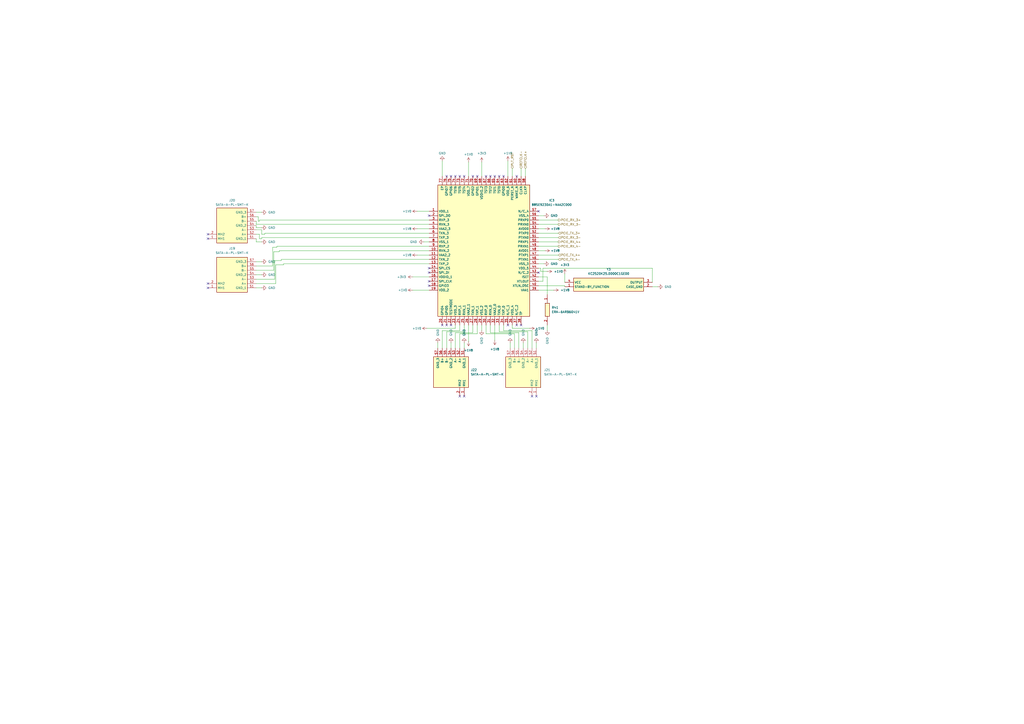
<source format=kicad_sch>
(kicad_sch (version 20231120) (generator "eeschema") (generator_version "8.0")
  (paper "A2")
  (title_block (title "NVR for LattePanda Mu") (date "2024-03-13") (rev "V1.0.0") (company "SpectreBoard"))
  (lib_symbols
    (symbol "6.04k resistor:ERA-6ARB6041V" (pin_names hide)
      (property "Reference" "R" (at 13.97 6.35 0))
      (property "Value" "ERA-6ARB6041V" (at 13.97 3.81 0))
      (symbol "ERA-6ARB6041V_1_1"
        (rectangle (start 5.08 1.27) (end 12.7 -1.27) (stroke (width 0.254)) (fill (type background)))
        (pin passive line (at 0 0 0) (length 5.08) (name "1") (number "1"))
        (pin passive line (at 17.78 0 180) (length 5.08) (name "2") (number "2"))
      )
    )
    (symbol "88se9230:88SE9230A1-NAA2C000"
      (property "Reference" "IC" (at 59.69 20.32 0))
      (property "Value" "88SE9230A1-NAA2C000" (at 59.69 17.78 0))
      (symbol "88SE9230A1-NAA2C000_1_1"
        (rectangle (start 5.08 15.24) (end 58.42 -60.96) (stroke (width 0.254)) (fill (type background)))
        (pin passive line (at 0 0 0) (length 5.08) (name "VDD_1") (number "1"))
        (pin passive line (at 0 -22.86 0) (length 5.08) (name "RXN_2") (number "10"))
        (pin passive line (at 0 -25.4 0) (length 5.08) (name "VAA2_2") (number "11"))
        (pin passive line (at 0 -27.94 0) (length 5.08) (name "TXN_2") (number "12"))
        (pin passive line (at 0 -30.48 0) (length 5.08) (name "TXP_2") (number "13"))
        (pin passive line (at 0 -33.02 0) (length 5.08) (name "SPI_CS") (number "14"))
        (pin passive line (at 0 -35.56 0) (length 5.08) (name "SPI_DI") (number "15"))
        (pin passive line (at 0 -38.1 0) (length 5.08) (name "VDDIO_1") (number "16"))
        (pin passive line (at 0 -40.64 0) (length 5.08) (name "SPI_CLK") (number "17"))
        (pin passive line (at 0 -43.18 0) (length 5.08) (name "GPIO3") (number "18"))
        (pin passive line (at 0 -45.72 0) (length 5.08) (name "VDD_2") (number "19"))
        (pin passive line (at 0 -2.54 0) (length 5.08) (name "SPI_DO") (number "2"))
        (pin passive line (at 7.62 -66.04 90) (length 5.08) (name "GPIO4") (number "20"))
        (pin passive line (at 10.16 -66.04 90) (length 5.08) (name "GPIO5") (number "21"))
        (pin passive line (at 12.7 -66.04 90) (length 5.08) (name "TESTMODE") (number "22"))
        (pin passive line (at 15.24 -66.04 90) (length 5.08) (name "VDD_3") (number "23"))
        (pin passive line (at 17.78 -66.04 90) (length 5.08) (name "RXP_1") (number "24"))
        (pin passive line (at 20.32 -66.04 90) (length 5.08) (name "RXN_1") (number "25"))
        (pin passive line (at 22.86 -66.04 90) (length 5.08) (name "VAA2_1") (number "26"))
        (pin passive line (at 25.4 -66.04 90) (length 5.08) (name "TXN_1") (number "27"))
        (pin passive line (at 27.94 -66.04 90) (length 5.08) (name "TXP_1") (number "28"))
        (pin passive line (at 30.48 -66.04 90) (length 5.08) (name "VSS_2") (number "29"))
        (pin passive line (at 0 -5.08 0) (length 5.08) (name "RXP_3") (number "3"))
        (pin passive line (at 33.02 -66.04 90) (length 5.08) (name "RXP_0") (number "30"))
        (pin passive line (at 35.56 -66.04 90) (length 5.08) (name "RXN_0") (number "31"))
        (pin passive line (at 38.1 -66.04 90) (length 5.08) (name "VAA2_0") (number "32"))
        (pin passive line (at 40.64 -66.04 90) (length 5.08) (name "TXN_0") (number "33"))
        (pin passive line (at 43.18 -66.04 90) (length 5.08) (name "TXP_0") (number "34"))
        (pin passive line (at 45.72 -66.04 90) (length 5.08) (name "N/C_1") (number "35"))
        (pin passive line (at 48.26 -66.04 90) (length 5.08) (name "VDD_4") (number "36"))
        (pin passive line (at 50.8 -66.04 90) (length 5.08) (name "N/C_2") (number "37"))
        (pin passive line (at 53.34 -66.04 90) (length 5.08) (name "TP") (number "38"))
        (pin passive line (at 63.5 -45.72 180) (length 5.08) (name "VAA1") (number "39"))
        (pin passive line (at 0 -7.62 0) (length 5.08) (name "RXN_3") (number "4"))
        (pin passive line (at 63.5 -43.18 180) (length 5.08) (name "XTLN_OSC") (number "40"))
        (pin passive line (at 63.5 -40.64 180) (length 5.08) (name "XTLOUT") (number "41"))
        (pin passive line (at 63.5 -38.1 180) (length 5.08) (name "ISET") (number "42"))
        (pin passive line (at 63.5 -35.56 180) (length 5.08) (name "N/C_3") (number "43"))
        (pin passive line (at 63.5 -33.02 180) (length 5.08) (name "VDD_5") (number "44"))
        (pin passive line (at 63.5 -30.48 180) (length 5.08) (name "VSS_3") (number "45"))
        (pin passive line (at 63.5 -27.94 180) (length 5.08) (name "PTXN1") (number "46"))
        (pin passive line (at 63.5 -25.4 180) (length 5.08) (name "PTXP1") (number "47"))
        (pin passive line (at 63.5 -22.86 180) (length 5.08) (name "AVDD1") (number "48"))
        (pin passive line (at 63.5 -20.32 180) (length 5.08) (name "PRXN1") (number "49"))
        (pin passive line (at 0 -10.16 0) (length 5.08) (name "VAA2_3") (number "5"))
        (pin passive line (at 63.5 -17.78 180) (length 5.08) (name "PRXP1") (number "50"))
        (pin passive line (at 63.5 -15.24 180) (length 5.08) (name "PTXN0") (number "51"))
        (pin passive line (at 63.5 -12.7 180) (length 5.08) (name "PTXP0") (number "52"))
        (pin passive line (at 63.5 -10.16 180) (length 5.08) (name "AVDD0") (number "53"))
        (pin passive line (at 63.5 -7.62 180) (length 5.08) (name "PRXN0") (number "54"))
        (pin passive line (at 63.5 -5.08 180) (length 5.08) (name "PRXP0") (number "55"))
        (pin passive line (at 63.5 -2.54 180) (length 5.08) (name "VSS_4") (number "56"))
        (pin passive line (at 63.5 0 180) (length 5.08) (name "N/C_4") (number "57"))
        (pin passive line (at 55.88 20.32 270) (length 5.08) (name "CLKP") (number "58"))
        (pin passive line (at 53.34 20.32 270) (length 5.08) (name "CLKN") (number "59"))
        (pin passive line (at 0 -12.7 0) (length 5.08) (name "TXN_3") (number "6"))
        (pin passive line (at 50.8 20.32 270) (length 5.08) (name "WAKE_N") (number "60"))
        (pin passive line (at 48.26 20.32 270) (length 5.08) (name "PERST_N") (number "61"))
        (pin passive line (at 45.72 20.32 270) (length 5.08) (name "VDD_6") (number "62"))
        (pin passive line (at 43.18 20.32 270) (length 5.08) (name "GPIO0") (number "63"))
        (pin passive line (at 40.64 20.32 270) (length 5.08) (name "TST0") (number "64"))
        (pin passive line (at 38.1 20.32 270) (length 5.08) (name "TST1") (number "65"))
        (pin passive line (at 35.56 20.32 270) (length 5.08) (name "TST2") (number "66"))
        (pin passive line (at 33.02 20.32 270) (length 5.08) (name "TST3") (number "67"))
        (pin passive line (at 30.48 20.32 270) (length 5.08) (name "VDDIO_2") (number "68"))
        (pin passive line (at 27.94 20.32 270) (length 5.08) (name "GPIO1") (number "69"))
        (pin passive line (at 0 -15.24 0) (length 5.08) (name "TXP_3") (number "7"))
        (pin passive line (at 25.4 20.32 270) (length 5.08) (name "GPIO2") (number "70"))
        (pin passive line (at 22.86 20.32 270) (length 5.08) (name "VDD_7") (number "71"))
        (pin passive line (at 20.32 20.32 270) (length 5.08) (name "TST4") (number "72"))
        (pin passive line (at 17.78 20.32 270) (length 5.08) (name "TST5") (number "73"))
        (pin passive line (at 15.24 20.32 270) (length 5.08) (name "TST6") (number "74"))
        (pin passive line (at 12.7 20.32 270) (length 5.08) (name "GPIO6") (number "75"))
        (pin passive line (at 10.16 20.32 270) (length 5.08) (name "GPIO7") (number "76"))
        (pin passive line (at 7.62 20.32 270) (length 5.08) (name "EP") (number "77"))
        (pin passive line (at 0 -17.78 0) (length 5.08) (name "VSS_1") (number "8"))
        (pin passive line (at 0 -20.32 0) (length 5.08) (name "RXP_2") (number "9"))
      )
    )
    (symbol "crystal:KC2520K25.0000C1GE00"
      (property "Reference" "Y" (at 46.99 7.62 0))
      (property "Value" "KC2520K25.0000C1GE00" (at 46.99 5.08 0))
      (symbol "KC2520K25.0000C1GE00_1_1"
        (rectangle (start 5.08 2.54) (end 45.72 -5.08) (stroke (width 0.254)) (fill (type background)))
        (pin passive line (at 0 -2.54 0) (length 5.08) (name "STAND-BY_FUNCTION") (number "1"))
        (pin passive line (at 50.8 -2.54 180) (length 5.08) (name "CASE_GND") (number "2"))
        (pin passive line (at 50.8 0 180) (length 5.08) (name "OUTPUT") (number "3"))
        (pin passive line (at 0 0 0) (length 5.08) (name "VCC") (number "4"))
      )
    )
    (symbol "power:+1V0" (power) (pin_numbers hide) (pin_names (offset 0) hide)
      (property "Value" "+1V0" (at 0 3.556 0))
      (symbol "+1V0_0_1"
        (polyline (pts (xy -0.762 1.27) (xy 0 2.54)))
        (polyline (pts (xy 0 0) (xy 0 2.54)))
        (polyline (pts (xy 0 2.54) (xy 0.762 1.27)))
      )
      (symbol "+1V0_1_1"
        (pin power_in line (at 0 0 90) (length 0) (name "~") (number "1"))
      )
    )
    (symbol "power:+1V8" (power) (pin_numbers hide) (pin_names (offset 0) hide)
      (property "Value" "+1V8" (at 0 3.556 0))
      (symbol "+1V8_0_1"
        (polyline (pts (xy -0.762 1.27) (xy 0 2.54)))
        (polyline (pts (xy 0 0) (xy 0 2.54)))
        (polyline (pts (xy 0 2.54) (xy 0.762 1.27)))
      )
      (symbol "+1V8_1_1"
        (pin power_in line (at 0 0 90) (length 0) (name "~") (number "1"))
      )
    )
    (symbol "power:+3V3" (power) (pin_numbers hide) (pin_names (offset 0) hide)
      (property "Value" "+3V3" (at 0 3.556 0))
      (symbol "+3V3_0_1"
        (polyline (pts (xy -0.762 1.27) (xy 0 2.54)))
        (polyline (pts (xy 0 0) (xy 0 2.54)))
        (polyline (pts (xy 0 2.54) (xy 0.762 1.27)))
      )
      (symbol "+3V3_1_1"
        (pin power_in line (at 0 0 90) (length 0) (name "~") (number "1"))
      )
    )
    (symbol "power:GND" (power) (pin_numbers hide) (pin_names (offset 0) hide)
      (property "Value" "GND" (at 0 -3.81 0))
      (symbol "GND_0_1"
        (polyline (pts (xy 0 0) (xy 0 -1.27) (xy 1.27 -1.27) (xy 0 -2.54) (xy -1.27 -1.27) (xy 0 -1.27)))
      )
      (symbol "GND_1_1"
        (pin power_in line (at 0 0 270) (length 0) (name "~") (number "1"))
      )
    )
    (symbol "sata:SATA-A-PL-SMT-K"
      (property "Reference" "J" (at 24.13 7.62 0))
      (property "Value" "SATA-A-PL-SMT-K" (at 24.13 5.08 0))
      (symbol "SATA-A-PL-SMT-K_1_1"
        (rectangle (start 5.08 2.54) (end 22.86 -17.78) (stroke (width 0.254)) (fill (type background)))
        (pin passive line (at 27.94 0 180) (length 5.08) (name "MH1") (number "1"))
        (pin passive line (at 27.94 -2.54 180) (length 5.08) (name "MH2") (number "2"))
        (pin passive line (at 0 0 0) (length 5.08) (name "GND_1") (number "S1"))
        (pin passive line (at 0 -2.54 0) (length 5.08) (name "A+") (number "S2"))
        (pin passive line (at 0 -5.08 0) (length 5.08) (name "A-") (number "S3"))
        (pin passive line (at 0 -7.62 0) (length 5.08) (name "GND_2") (number "S4"))
        (pin passive line (at 0 -10.16 0) (length 5.08) (name "B-") (number "S5"))
        (pin passive line (at 0 -12.7 0) (length 5.08) (name "B+") (number "S6"))
        (pin passive line (at 0 -15.24 0) (length 5.08) (name "GND_3") (number "S7"))
      )
    )
  )
  (no_connect (at 248.92 155.575))
  (no_connect (at 261.62 188.595))
  (no_connect (at 292.1 102.235))
  (no_connect (at 308.61 229.87))
  (no_connect (at 120.65 138.43))
  (no_connect (at 248.92 163.195))
  (no_connect (at 274.32 102.235))
  (no_connect (at 248.92 165.735))
  (no_connect (at 259.08 188.595))
  (no_connect (at 294.64 188.595))
  (no_connect (at 289.56 102.235))
  (no_connect (at 264.16 102.235))
  (no_connect (at 299.72 188.595))
  (no_connect (at 120.65 164.465))
  (no_connect (at 259.08 102.235))
  (no_connect (at 312.42 122.555))
  (no_connect (at 120.65 135.89))
  (no_connect (at 302.26 188.595))
  (no_connect (at 248.92 125.095))
  (no_connect (at 266.7 229.87))
  (no_connect (at 299.72 102.235))
  (no_connect (at 312.42 158.115))
  (no_connect (at 284.48 102.235))
  (no_connect (at 261.62 102.235))
  (no_connect (at 287.02 102.235))
  (no_connect (at 311.15 229.87))
  (no_connect (at 269.24 102.235))
  (no_connect (at 248.92 158.115))
  (no_connect (at 256.54 188.595))
  (no_connect (at 276.86 102.235))
  (no_connect (at 120.65 167.005))
  (no_connect (at 269.24 229.87))
  (no_connect (at 281.94 102.235))
  (no_connect (at 266.7 102.235))
  (wire (pts (xy 304.8 97.79) (xy 304.8 102.235)))
  (wire (pts (xy 160.655 142.875) (xy 248.92 142.875)))
  (wire (pts (xy 148.59 125.73) (xy 149.86 125.73)))
  (wire (pts (xy 163.195 151.13) (xy 163.195 150.495)))
  (wire (pts (xy 158.75 146.05) (xy 161.925 146.05)))
  (wire (pts (xy 151.765 135.89) (xy 153.67 135.89)))
  (wire (pts (xy 148.59 123.19) (xy 151.765 123.19)))
  (wire (pts (xy 158.75 156.845) (xy 158.75 146.05)))
  (wire (pts (xy 259.08 201.93) (xy 259.08 192.405)))
  (wire (pts (xy 254 201.93) (xy 254 198.755)))
  (wire (pts (xy 148.59 128.27) (xy 148.59 130.175)))
  (wire (pts (xy 287.02 188.595) (xy 287.02 197.485)))
  (wire (pts (xy 160.02 153.67) (xy 164.465 153.67)))
  (wire (pts (xy 284.48 193.04) (xy 284.48 188.595)))
  (wire (pts (xy 151.765 137.795) (xy 248.92 137.795)))
  (wire (pts (xy 164.465 153.67) (xy 164.465 153.035)))
  (wire (pts (xy 158.115 143.51) (xy 160.655 143.51)))
  (wire (pts (xy 148.59 151.765) (xy 151.765 151.765)))
  (wire (pts (xy 148.59 154.305) (xy 158.115 154.305)))
  (wire (pts (xy 241.935 132.715) (xy 248.92 132.715)))
  (wire (pts (xy 159.385 161.925) (xy 159.385 151.13)))
  (wire (pts (xy 148.59 156.845) (xy 158.75 156.845)))
  (wire (pts (xy 312.42 168.275) (xy 321.31 168.275)))
  (wire (pts (xy 279.4 188.595) (xy 279.4 191.77)))
  (wire (pts (xy 313.69 157.48) (xy 317.5 157.48)))
  (wire (pts (xy 312.42 142.875) (xy 323.85 142.875)))
  (wire (pts (xy 313.69 155.575) (xy 313.69 157.48)))
  (wire (pts (xy 261.62 201.93) (xy 261.62 198.755)))
  (wire (pts (xy 274.32 193.04) (xy 274.32 188.595)))
  (wire (pts (xy 312.42 145.415) (xy 316.23 145.415)))
  (wire (pts (xy 239.395 168.275) (xy 248.92 168.275)))
  (wire (pts (xy 148.59 130.175) (xy 248.92 130.175)))
  (wire (pts (xy 297.18 188.595) (xy 297.18 190.5)))
  (wire (pts (xy 308.61 191.77) (xy 292.1 191.77)))
  (wire (pts (xy 303.53 201.93) (xy 303.53 198.755)))
  (wire (pts (xy 312.42 127.635) (xy 323.85 127.635)))
  (wire (pts (xy 312.42 165.735) (xy 327.66 165.735)))
  (wire (pts (xy 159.385 151.13) (xy 163.195 151.13)))
  (wire (pts (xy 289.56 192.405) (xy 289.56 188.595)))
  (wire (pts (xy 295.91 201.93) (xy 295.91 198.755)))
  (wire (pts (xy 158.115 154.305) (xy 158.115 143.51)))
  (wire (pts (xy 160.02 164.465) (xy 160.02 153.67)))
  (wire (pts (xy 312.42 147.955) (xy 323.85 147.955)))
  (wire (pts (xy 151.765 133.35) (xy 151.765 135.89)))
  (wire (pts (xy 161.925 145.415) (xy 248.92 145.415)))
  (wire (pts (xy 256.54 93.345) (xy 256.54 102.235)))
  (wire (pts (xy 308.61 201.93) (xy 308.61 191.77)))
  (wire (pts (xy 148.59 132.08) (xy 151.765 132.08)))
  (wire (pts (xy 302.26 97.79) (xy 302.26 102.235)))
  (wire (pts (xy 148.59 140.335) (xy 148.59 138.43)))
  (wire (pts (xy 312.42 160.655) (xy 317.5 160.655)))
  (wire (pts (xy 241.935 147.955) (xy 248.92 147.955)))
  (wire (pts (xy 148.59 161.925) (xy 159.385 161.925)))
  (wire (pts (xy 148.59 140.335) (xy 151.765 140.335)))
  (wire (pts (xy 153.67 135.89) (xy 153.67 135.255)))
  (wire (pts (xy 312.42 137.795) (xy 323.85 137.795)))
  (wire (pts (xy 306.07 201.93) (xy 306.07 192.405)))
  (wire (pts (xy 164.465 153.035) (xy 248.92 153.035)))
  (wire (pts (xy 311.15 201.93) (xy 311.15 198.755)))
  (wire (pts (xy 153.67 135.255) (xy 248.92 135.255)))
  (wire (pts (xy 317.5 188.595) (xy 317.5 191.77)))
  (wire (pts (xy 312.42 130.175) (xy 323.85 130.175)))
  (wire (pts (xy 312.42 153.035) (xy 315.595 153.035)))
  (wire (pts (xy 294.64 93.345) (xy 294.64 102.235)))
  (wire (pts (xy 161.925 146.05) (xy 161.925 145.415)))
  (wire (pts (xy 312.42 155.575) (xy 313.69 155.575)))
  (wire (pts (xy 266.7 193.675) (xy 276.86 193.675)))
  (wire (pts (xy 148.59 135.89) (xy 150.495 135.89)))
  (wire (pts (xy 314.96 155.575) (xy 314.96 163.195)))
  (wire (pts (xy 150.495 138.43) (xy 151.765 138.43)))
  (wire (pts (xy 239.395 160.655) (xy 248.92 160.655)))
  (wire (pts (xy 160.655 143.51) (xy 160.655 142.875)))
  (wire (pts (xy 264.16 201.93) (xy 264.16 193.04)))
  (wire (pts (xy 317.5 160.655) (xy 317.5 170.815)))
  (wire (pts (xy 327.66 158.75) (xy 327.66 163.83)))
  (wire (pts (xy 312.42 125.095) (xy 315.595 125.095)))
  (wire (pts (xy 292.1 191.77) (xy 292.1 188.595)))
  (wire (pts (xy 271.78 188.595) (xy 271.78 198.12)))
  (wire (pts (xy 149.86 128.27) (xy 150.495 128.27)))
  (wire (pts (xy 163.195 150.495) (xy 248.92 150.495)))
  (wire (pts (xy 151.765 138.43) (xy 151.765 137.795)))
  (wire (pts (xy 269.24 201.93) (xy 269.24 198.755)))
  (wire (pts (xy 241.935 122.555) (xy 248.92 122.555)))
  (wire (pts (xy 148.59 159.385) (xy 151.765 159.385)))
  (wire (pts (xy 248.92 140.335) (xy 245.745 140.335)))
  (wire (pts (xy 259.08 192.405) (xy 269.24 192.405)))
  (wire (pts (xy 312.42 150.495) (xy 323.85 150.495)))
  (wire (pts (xy 281.94 193.675) (xy 281.94 188.595)))
  (wire (pts (xy 264.16 193.04) (xy 274.32 193.04)))
  (wire (pts (xy 150.495 128.27) (xy 150.495 127.635)))
  (wire (pts (xy 271.78 93.98) (xy 271.78 102.235)))
  (wire (pts (xy 312.42 132.715) (xy 316.23 132.715)))
  (wire (pts (xy 150.495 127.635) (xy 248.92 127.635)))
  (wire (pts (xy 300.99 201.93) (xy 300.99 193.04)))
  (wire (pts (xy 378.46 166.37) (xy 381.635 166.37)))
  (wire (pts (xy 148.59 164.465) (xy 160.02 164.465)))
  (wire (pts (xy 298.45 201.93) (xy 298.45 193.675)))
  (wire (pts (xy 312.42 140.335) (xy 323.85 140.335)))
  (wire (pts (xy 312.42 135.255) (xy 323.85 135.255)))
  (wire (pts (xy 256.54 191.77) (xy 266.7 191.77)))
  (wire (pts (xy 266.7 201.93) (xy 266.7 193.675)))
  (wire (pts (xy 327.66 165.735) (xy 327.66 166.37)))
  (wire (pts (xy 279.4 93.98) (xy 279.4 102.235)))
  (wire (pts (xy 256.54 201.93) (xy 256.54 191.77)))
  (wire (pts (xy 378.46 155.575) (xy 378.46 163.83)))
  (wire (pts (xy 276.86 193.675) (xy 276.86 188.595)))
  (wire (pts (xy 314.96 155.575) (xy 378.46 155.575)))
  (wire (pts (xy 269.24 192.405) (xy 269.24 188.595)))
  (wire (pts (xy 148.59 132.08) (xy 148.59 130.81)))
  (wire (pts (xy 306.07 192.405) (xy 289.56 192.405)))
  (wire (pts (xy 312.42 163.195) (xy 314.96 163.195)))
  (wire (pts (xy 150.495 135.89) (xy 150.495 138.43)))
  (wire (pts (xy 247.65 190.5) (xy 264.16 190.5)))
  (wire (pts (xy 300.99 193.04) (xy 284.48 193.04)))
  (wire (pts (xy 148.59 133.35) (xy 151.765 133.35)))
  (wire (pts (xy 149.86 125.73) (xy 149.86 128.27)))
  (wire (pts (xy 148.59 167.005) (xy 151.765 167.005)))
  (wire (pts (xy 297.18 190.5) (xy 307.34 190.5)))
  (wire (pts (xy 266.7 188.595) (xy 266.7 191.77)))
  (wire (pts (xy 298.45 193.675) (xy 281.94 193.675)))
  (wire (pts (xy 264.16 188.595) (xy 264.16 190.5)))
  (wire (pts (xy 297.18 97.79) (xy 297.18 102.235)))
  (hierarchical_label "PCIE_RX_3+" (shape output) (at 323.85 127.635 0))
  (hierarchical_label "REFCLK+" (shape input) (at 304.8 97.79 90))
  (hierarchical_label "PCIE_TX_3+" (shape input) (at 323.85 135.255 0))
  (hierarchical_label "PCIE_RX_4-" (shape output) (at 323.85 142.875 0))
  (hierarchical_label "REFCLK-" (shape input) (at 302.26 97.79 90))
  (hierarchical_label "PCIE_RX_3-" (shape output) (at 323.85 130.175 0))
  (hierarchical_label "PCIE_RX_3-" (shape input) (at 323.85 137.795 0))
  (hierarchical_label "PCIE_RX_4+" (shape output) (at 323.85 140.335 0))
  (hierarchical_label "PCIE_TX_4-" (shape input) (at 323.85 150.495 0))
  (hierarchical_label "PLT_RST" (shape input) (at 297.18 97.79 90))
  (hierarchical_label "PCIE_TX_4+" (shape input) (at 323.85 147.955 0))
  (symbol (lib_id "power:+3V3") (at 239.395 160.655 90) (unit 1)
    (property "Reference" "#PWR0155" (effects (hide yes)))
    (property "Value" "+3V3" (at 235.585 160.6549 90) (effects (justify left)))
    (property "Description" "Power symbol creates a global label with name \"+3V3\"" (effects (hide yes)))
  )
  (symbol (lib_id "sata:SATA-A-PL-SMT-K") (at 311.15 201.93 270) (unit 1)
    (property "Reference" "J21" (at 315.595 214.6299 90) (effects (justify left)))
    (property "Value" "SATA-A-PL-SMT-K" (at 315.595 217.1699 90) (effects (justify left)))
    (property "Footprint" "SATAAPLSMTK" (effects (hide yes)))
    (property "Datasheet" "https://app.adam-tech.com/products/download/data_sheet/203109/sata-a-pl-smt-k-data-sheet.pdf" (effects (hide yes)))
    (property "Description" "Conn SATA PL 7 POS 1.27mm Solder RA SMD 7 Terminal 1 Port Tray/Tube" (effects (hide yes)))
    (property "Height" "5.8928" (effects (hide yes)))
    (property "Mouser Part Number" "737-SATA-A-PL-SMT-K" (effects (hide yes)))
    (property "Mouser Price/Stock" "https://www.mouser.co.uk/ProductDetail/Adam-Tech/SATA-A-PL-SMT-K?qs=HoCaDK9Nz5dztr92%2FSCAMw%3D%3D" (effects (hide yes)))
    (property "Manufacturer_Name" "Adam Tech" (effects (hide yes)))
    (property "Manufacturer_Part_Number" "SATA-A-PL-SMT-K" (effects (hide yes)))
  )
  (symbol (lib_id "power:GND") (at 311.15 198.755 180) (unit 1)
    (property "Reference" "#PWR0138" (effects (hide yes)))
    (property "Value" "GND" (at 311.1499 194.945 90) (effects (justify right)))
    (property "Description" "Power symbol creates a global label with name \"GND\" , ground" (effects (hide yes)))
  )
  (symbol (lib_id "power:+1V8") (at 241.935 132.715 90) (unit 1)
    (property "Reference" "#PWR0149" (effects (hide yes)))
    (property "Value" "+1V8" (at 238.76 132.7149 90) (effects (justify left)))
    (property "Description" "Power symbol creates a global label with name \"+1V8\"" (effects (hide yes)))
  )
  (symbol (lib_id "power:GND") (at 151.765 151.765 90) (unit 1)
    (property "Reference" "#PWR0130" (effects (hide yes)))
    (property "Value" "GND" (at 155.575 151.7649 90) (effects (justify right)))
    (property "Description" "Power symbol creates a global label with name \"GND\" , ground" (effects (hide yes)))
  )
  (symbol (lib_id "power:+1V8") (at 316.23 132.715 270) (unit 1)
    (property "Reference" "#PWR0152" (effects (hide yes)))
    (property "Value" "+1V8" (at 319.405 132.7149 90) (effects (justify left)))
    (property "Description" "Power symbol creates a global label with name \"+1V8\"" (effects (hide yes)))
  )
  (symbol (lib_id "power:GND") (at 295.91 198.755 180) (unit 1)
    (property "Reference" "#PWR0136" (effects (hide yes)))
    (property "Value" "GND" (at 295.9099 194.945 90) (effects (justify right)))
    (property "Description" "Power symbol creates a global label with name \"GND\" , ground" (effects (hide yes)))
  )
  (symbol (lib_id "sata:SATA-A-PL-SMT-K") (at 148.59 138.43 180) (unit 1)
    (property "Reference" "J20" (at 134.62 116.205 0))
    (property "Value" "SATA-A-PL-SMT-K" (at 134.62 118.745 0))
    (property "Footprint" "SATAAPLSMTK" (effects (hide yes)))
    (property "Datasheet" "https://app.adam-tech.com/products/download/data_sheet/203109/sata-a-pl-smt-k-data-sheet.pdf" (effects (hide yes)))
    (property "Description" "Conn SATA PL 7 POS 1.27mm Solder RA SMD 7 Terminal 1 Port Tray/Tube" (effects (hide yes)))
    (property "Height" "5.8928" (effects (hide yes)))
    (property "Mouser Part Number" "737-SATA-A-PL-SMT-K" (effects (hide yes)))
    (property "Mouser Price/Stock" "https://www.mouser.co.uk/ProductDetail/Adam-Tech/SATA-A-PL-SMT-K?qs=HoCaDK9Nz5dztr92%2FSCAMw%3D%3D" (effects (hide yes)))
    (property "Manufacturer_Name" "Adam Tech" (effects (hide yes)))
    (property "Manufacturer_Part_Number" "SATA-A-PL-SMT-K" (effects (hide yes)))
  )
  (symbol (lib_id "power:+3V3") (at 327.66 158.75 0) (unit 1)
    (property "Reference" "#PWR0141" (effects (hide yes)))
    (property "Value" "+3V3" (at 327.66 153.67 0))
    (property "Description" "Power symbol creates a global label with name \"+3V3\"" (effects (hide yes)))
  )
  (symbol (lib_id "power:GND") (at 279.4 191.77 0) (unit 1)
    (property "Reference" "#PWR0143" (effects (hide yes)))
    (property "Value" "GND" (at 279.4001 195.58 90) (effects (justify right)))
    (property "Description" "Power symbol creates a global label with name \"GND\" , ground" (effects (hide yes)))
  )
  (symbol (lib_id "sata:SATA-A-PL-SMT-K") (at 269.24 201.93 270) (unit 1)
    (property "Reference" "J22" (at 273.05 214.6299 90) (effects (justify left)))
    (property "Value" "SATA-A-PL-SMT-K" (at 273.05 217.1699 90) (effects (justify left)))
    (property "Footprint" "SATAAPLSMTK" (effects (hide yes)))
    (property "Datasheet" "https://app.adam-tech.com/products/download/data_sheet/203109/sata-a-pl-smt-k-data-sheet.pdf" (effects (hide yes)))
    (property "Description" "Conn SATA PL 7 POS 1.27mm Solder RA SMD 7 Terminal 1 Port Tray/Tube" (effects (hide yes)))
    (property "Height" "5.8928" (effects (hide yes)))
    (property "Mouser Part Number" "737-SATA-A-PL-SMT-K" (effects (hide yes)))
    (property "Mouser Price/Stock" "https://www.mouser.co.uk/ProductDetail/Adam-Tech/SATA-A-PL-SMT-K?qs=HoCaDK9Nz5dztr92%2FSCAMw%3D%3D" (effects (hide yes)))
    (property "Manufacturer_Name" "Adam Tech" (effects (hide yes)))
    (property "Manufacturer_Part_Number" "SATA-A-PL-SMT-K" (effects (hide yes)))
  )
  (symbol (lib_id "power:GND") (at 254 198.755 180) (unit 1)
    (property "Reference" "#PWR0133" (effects (hide yes)))
    (property "Value" "GND" (at 253.9999 194.945 90) (effects (justify right)))
    (property "Description" "Power symbol creates a global label with name \"GND\" , ground" (effects (hide yes)))
  )
  (symbol (lib_id "power:+1V0") (at 317.5 157.48 270) (unit 1)
    (property "Reference" "#PWR0160" (effects (hide yes)))
    (property "Value" "+1V0" (at 321.31 157.4799 90) (effects (justify left)))
    (property "Description" "Power symbol creates a global label with name \"+1V0\"" (effects (hide yes)))
  )
  (symbol (lib_id "power:+1V8") (at 241.935 147.955 90) (unit 1)
    (property "Reference" "#PWR0150" (effects (hide yes)))
    (property "Value" "+1V8" (at 238.76 147.9549 90) (effects (justify left)))
    (property "Description" "Power symbol creates a global label with name \"+1V8\"" (effects (hide yes)))
  )
  (symbol (lib_id "power:+1V8") (at 316.23 145.415 270) (unit 1)
    (property "Reference" "#PWR0153" (effects (hide yes)))
    (property "Value" "+1V8" (at 319.405 145.4149 90) (effects (justify left)))
    (property "Description" "Power symbol creates a global label with name \"+1V8\"" (effects (hide yes)))
  )
  (symbol (lib_id "power:+1V0") (at 271.78 93.98 0) (unit 1)
    (property "Reference" "#PWR0161" (effects (hide yes)))
    (property "Value" "+1V0" (at 271.78 89.535 0))
    (property "Description" "Power symbol creates a global label with name \"+1V0\"" (effects (hide yes)))
  )
  (symbol (lib_id "power:GND") (at 317.5 191.77 0) (unit 1)
    (property "Reference" "#PWR0142" (effects (hide yes)))
    (property "Value" "GND" (at 317.5001 195.58 90) (effects (justify right)))
    (property "Description" "Power symbol creates a global label with name \"GND\" , ground" (effects (hide yes)))
  )
  (symbol (lib_id "power:GND") (at 151.765 140.335 90) (unit 1)
    (property "Reference" "#PWR0129" (effects (hide yes)))
    (property "Value" "GND" (at 155.575 140.3349 90) (effects (justify right)))
    (property "Description" "Power symbol creates a global label with name \"GND\" , ground" (effects (hide yes)))
  )
  (symbol (lib_id "power:+1V0") (at 241.935 122.555 90) (unit 1)
    (property "Reference" "#PWR0156" (effects (hide yes)))
    (property "Value" "+1V0" (at 238.76 122.5549 90) (effects (justify left)))
    (property "Description" "Power symbol creates a global label with name \"+1V0\"" (effects (hide yes)))
  )
  (symbol (lib_id "power:GND") (at 303.53 198.755 180) (unit 1)
    (property "Reference" "#PWR0137" (effects (hide yes)))
    (property "Value" "GND" (at 303.5299 194.945 90) (effects (justify right)))
    (property "Description" "Power symbol creates a global label with name \"GND\" , ground" (effects (hide yes)))
  )
  (symbol (lib_id "power:+1V0") (at 247.65 190.5 90) (unit 1)
    (property "Reference" "#PWR0158" (effects (hide yes)))
    (property "Value" "+1V0" (at 244.475 190.4999 90) (effects (justify left)))
    (property "Description" "Power symbol creates a global label with name \"+1V0\"" (effects (hide yes)))
  )
  (symbol (lib_id "sata:SATA-A-PL-SMT-K") (at 148.59 167.005 180) (unit 1)
    (property "Reference" "J19" (at 134.62 144.145 0))
    (property "Value" "SATA-A-PL-SMT-K" (at 134.62 146.685 0))
    (property "Footprint" "SATAAPLSMTK" (effects (hide yes)))
    (property "Datasheet" "https://app.adam-tech.com/products/download/data_sheet/203109/sata-a-pl-smt-k-data-sheet.pdf" (effects (hide yes)))
    (property "Description" "Conn SATA PL 7 POS 1.27mm Solder RA SMD 7 Terminal 1 Port Tray/Tube" (effects (hide yes)))
    (property "Height" "5.8928" (effects (hide yes)))
    (property "Mouser Part Number" "737-SATA-A-PL-SMT-K" (effects (hide yes)))
    (property "Mouser Price/Stock" "https://www.mouser.co.uk/ProductDetail/Adam-Tech/SATA-A-PL-SMT-K?qs=HoCaDK9Nz5dztr92%2FSCAMw%3D%3D" (effects (hide yes)))
    (property "Manufacturer_Name" "Adam Tech" (effects (hide yes)))
    (property "Manufacturer_Part_Number" "SATA-A-PL-SMT-K" (effects (hide yes)))
  )
  (symbol (lib_id "power:GND") (at 151.765 167.005 90) (unit 1)
    (property "Reference" "#PWR0132" (effects (hide yes)))
    (property "Value" "GND" (at 155.575 167.0049 90) (effects (justify right)))
    (property "Description" "Power symbol creates a global label with name \"GND\" , ground" (effects (hide yes)))
  )
  (symbol (lib_id "88se9230:88SE9230A1-NAA2C000") (at 248.92 122.555 0) (unit 1)
    (property "Reference" "IC3" (at 320.04 116.2364 0))
    (property "Value" "88SE9230A1-NAA2C000" (at 320.04 118.7764 0))
    (property "Footprint" "QFN40P900X900X100-77N-D" (effects (hide yes)))
    (property "Description" "ic" (effects (hide yes)))
    (property "Height" "1" (effects (hide yes)))
    (property "Manufacturer_Name" "Marvell" (effects (hide yes)))
    (property "Manufacturer_Part_Number" "88SE9230A1-NAA2C000" (effects (hide yes)))
  )
  (symbol (lib_id "power:+1V8") (at 287.02 197.485 180) (unit 1)
    (property "Reference" "#PWR0148" (effects (hide yes)))
    (property "Value" "+1V8" (at 287.02 202.565 0))
    (property "Description" "Power symbol creates a global label with name \"+1V8\"" (effects (hide yes)))
  )
  (symbol (lib_id "power:GND") (at 256.54 93.345 180) (unit 1)
    (property "Reference" "#PWR0139" (effects (hide yes)))
    (property "Value" "GND" (at 256.54 88.9 0))
    (property "Description" "Power symbol creates a global label with name \"GND\" , ground" (effects (hide yes)))
  )
  (symbol (lib_id "power:+3V3") (at 279.4 93.98 0) (unit 1)
    (property "Reference" "#PWR0154" (effects (hide yes)))
    (property "Value" "+3V3" (at 279.4 88.9 0))
    (property "Description" "Power symbol creates a global label with name \"+3V3\"" (effects (hide yes)))
  )
  (symbol (lib_id "power:+1V8") (at 321.31 168.275 270) (unit 1)
    (property "Reference" "#PWR0151" (effects (hide yes)))
    (property "Value" "+1V8" (at 325.12 168.2749 90) (effects (justify left)))
    (property "Description" "Power symbol creates a global label with name \"+1V8\"" (effects (hide yes)))
  )
  (symbol (lib_id "6.04k resistor:ERA-6ARB6041V") (at 317.5 170.815 270) (unit 1)
    (property "Reference" "R41" (at 320.04 178.4349 90) (effects (justify left)))
    (property "Value" "ERA-6ARB6041V" (at 320.04 180.9749 90) (effects (justify left)))
    (property "Footprint" "ERA6AEB1020V" (effects (hide yes)))
    (property "Datasheet" "https://componentsearchengine.com/Datasheets/1/ERA-6ARB6041V.pdf" (effects (hide yes)))
    (property "Description" "Thin Film Resistors - SMD 0805 Thin film chip resistor" (effects (hide yes)))
    (property "Height" "0.6" (effects (hide yes)))
    (property "Mouser Part Number" "667-ERA-6ARB6041V" (effects (hide yes)))
    (property "Mouser Price/Stock" "https://www.mouser.com/Search/Refine.aspx?Keyword=667-ERA-6ARB6041V" (effects (hide yes)))
    (property "Manufacturer_Name" "Panasonic" (effects (hide yes)))
    (property "Manufacturer_Part_Number" "ERA-6ARB6041V" (effects (hide yes)))
  )
  (symbol (lib_id "power:+1V0") (at 307.34 190.5 270) (unit 1)
    (property "Reference" "#PWR0159" (effects (hide yes)))
    (property "Value" "+1V0" (at 310.515 190.4999 90) (effects (justify left)))
    (property "Description" "Power symbol creates a global label with name \"+1V0\"" (effects (hide yes)))
  )
  (symbol (lib_id "power:GND") (at 381.635 166.37 90) (unit 1)
    (property "Reference" "#PWR0140" (effects (hide yes)))
    (property "Value" "GND" (at 385.445 166.3699 90) (effects (justify right)))
    (property "Description" "Power symbol creates a global label with name \"GND\" , ground" (effects (hide yes)))
  )
  (symbol (lib_id "power:GND") (at 245.745 140.335 270) (unit 1)
    (property "Reference" "#PWR0144" (effects (hide yes)))
    (property "Value" "GND" (at 241.935 140.3351 90) (effects (justify right)))
    (property "Description" "Power symbol creates a global label with name \"GND\" , ground" (effects (hide yes)))
  )
  (symbol (lib_id "power:+1V0") (at 239.395 168.275 90) (unit 1)
    (property "Reference" "#PWR0157" (effects (hide yes)))
    (property "Value" "+1V0" (at 236.22 168.2749 90) (effects (justify left)))
    (property "Description" "Power symbol creates a global label with name \"+1V0\"" (effects (hide yes)))
  )
  (symbol (lib_id "power:GND") (at 151.765 123.19 90) (unit 1)
    (property "Reference" "#PWR0127" (effects (hide yes)))
    (property "Value" "GND" (at 155.575 123.1899 90) (effects (justify right)))
    (property "Description" "Power symbol creates a global label with name \"GND\" , ground" (effects (hide yes)))
  )
  (symbol (lib_id "power:GND") (at 315.595 125.095 90) (unit 1)
    (property "Reference" "#PWR0145" (effects (hide yes)))
    (property "Value" "GND" (at 319.405 125.0949 90) (effects (justify right)))
    (property "Description" "Power symbol creates a global label with name \"GND\" , ground" (effects (hide yes)))
  )
  (symbol (lib_id "power:GND") (at 269.24 198.755 180) (unit 1)
    (property "Reference" "#PWR0135" (effects (hide yes)))
    (property "Value" "GND" (at 269.2399 194.945 90) (effects (justify right)))
    (property "Description" "Power symbol creates a global label with name \"GND\" , ground" (effects (hide yes)))
  )
  (symbol (lib_id "power:GND") (at 261.62 198.755 180) (unit 1)
    (property "Reference" "#PWR0134" (effects (hide yes)))
    (property "Value" "GND" (at 261.6199 194.945 90) (effects (justify right)))
    (property "Description" "Power symbol creates a global label with name \"GND\" , ground" (effects (hide yes)))
  )
  (symbol (lib_id "power:GND") (at 151.765 132.08 90) (unit 1)
    (property "Reference" "#PWR0128" (effects (hide yes)))
    (property "Value" "GND" (at 155.575 132.0799 90) (effects (justify right)))
    (property "Description" "Power symbol creates a global label with name \"GND\" , ground" (effects (hide yes)))
  )
  (symbol (lib_id "power:+1V0") (at 294.64 93.345 0) (unit 1)
    (property "Reference" "#PWR0162" (effects (hide yes)))
    (property "Value" "+1V0" (at 294.64 88.9 0))
    (property "Description" "Power symbol creates a global label with name \"+1V0\"" (effects (hide yes)))
  )
  (symbol (lib_id "power:GND") (at 151.765 159.385 90) (unit 1)
    (property "Reference" "#PWR0131" (effects (hide yes)))
    (property "Value" "GND" (at 155.575 159.3849 90) (effects (justify right)))
    (property "Description" "Power symbol creates a global label with name \"GND\" , ground" (effects (hide yes)))
  )
  (symbol (lib_id "power:+1V8") (at 271.78 198.12 180) (unit 1)
    (property "Reference" "#PWR0147" (effects (hide yes)))
    (property "Value" "+1V8" (at 271.78 203.2 0))
    (property "Description" "Power symbol creates a global label with name \"+1V8\"" (effects (hide yes)))
  )
  (symbol (lib_id "power:GND") (at 315.595 153.035 90) (unit 1)
    (property "Reference" "#PWR0146" (effects (hide yes)))
    (property "Value" "GND" (at 319.405 153.0349 90) (effects (justify right)))
    (property "Description" "Power symbol creates a global label with name \"GND\" , ground" (effects (hide yes)))
  )
  (symbol (lib_id "crystal:KC2520K25.0000C1GE00") (at 327.66 163.83 0) (unit 1)
    (property "Reference" "Y3" (at 353.06 156.21 0))
    (property "Value" "KC2520K25.0000C1GE00" (at 353.06 158.75 0))
    (property "Footprint" "KC2520K250000C1GE00" (effects (hide yes)))
    (property "Datasheet" "https://ele.kyocera.com/assets/products/crystal-device/clock_k_e.pdf" (effects (hide yes)))
    (property "Description" "25 MHz XO (Standard) CMOS Oscillator 1.6V ~ 3.63V Standby (Power Down) 4-SMD, No Lead" (effects (hide yes)))
    (property "Height" "0.8" (effects (hide yes)))
    (property "Mouser Part Number" "581-KC2520K25.0C1GE" (effects (hide yes)))
    (property "Mouser Price/Stock" "https://www.mouser.co.uk/ProductDetail/KYOCERA-AVX/KC2520K25.0000C1GE00?qs=16s%2F1Hm5%252BncIqrVEs%2FkuAA%3D%3D" (effects (hide yes)))
    (property "Manufacturer_Name" "Kyocera AVX" (effects (hide yes)))
    (property "Manufacturer_Part_Number" "KC2520K25.0000C1GE00" (effects (hide yes)))
  )
)
</source>
